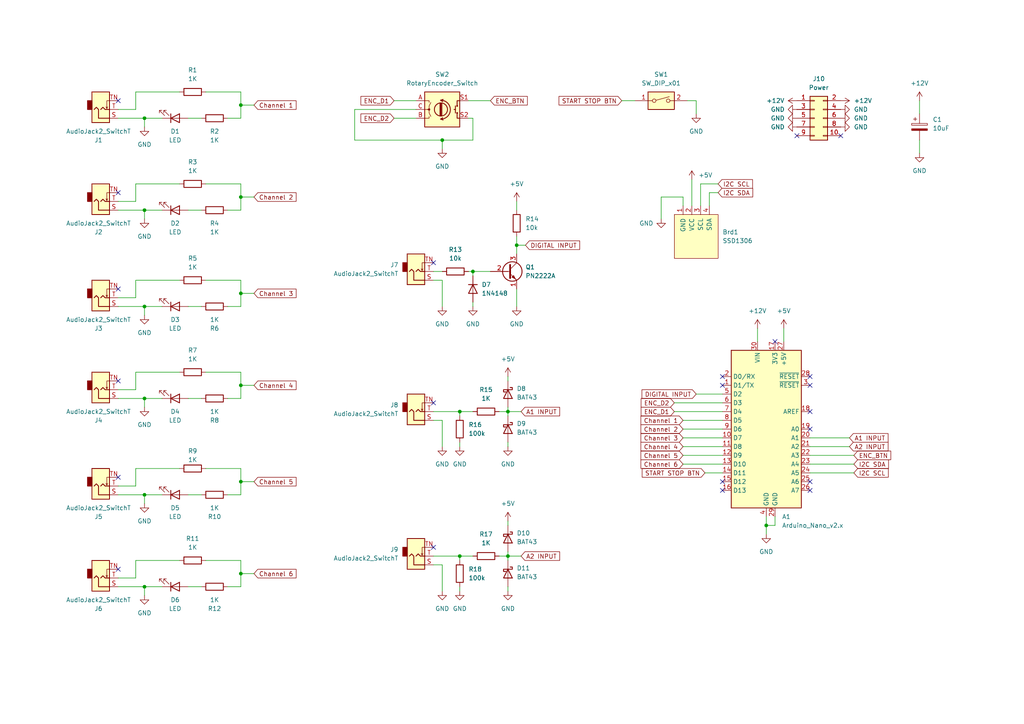
<source format=kicad_sch>
(kicad_sch (version 20211123) (generator eeschema)
  (paper "A4")
  (lib_symbols
    (symbol "Connector:AudioJack2_SwitchT"
      (property "Reference" "J" (at 0 8.89 0))
      (property "Value" "AudioJack2_SwitchT" (at 0 6.35 0))
      (symbol "AudioJack2_SwitchT_0_1"
        (rectangle (start -2.54 0) (end -3.81 -2.54) (stroke (width 0.254)) (fill (type outline)))
        (polyline (pts (xy 1.778 -0.254) (xy 2.032 -0.762)))
        (polyline (pts (xy 0 0) (xy 0.635 -0.635) (xy 1.27 0) (xy 2.54 0)) (stroke (width 0.254)))
        (polyline (pts (xy 2.54 -2.54) (xy 1.778 -2.54) (xy 1.778 -0.254) (xy 1.524 -0.762)))
        (polyline (pts (xy 2.54 2.54) (xy -0.635 2.54) (xy -0.635 0) (xy -1.27 -0.635) (xy -1.905 0)) (stroke (width 0.254)))
        (rectangle (start 2.54 3.81) (end -2.54 -5.08) (stroke (width 0.254)) (fill (type background)))
      )
      (symbol "AudioJack2_SwitchT_1_1"
        (pin passive line (at 5.08 2.54 180) (length 2.54) (name "~") (number "S"))
        (pin passive line (at 5.08 0 180) (length 2.54) (name "~") (number "T"))
        (pin passive line (at 5.08 -2.54 180) (length 2.54) (name "~") (number "TN"))
      )
    )
    (symbol "Connector_Generic:Conn_02x05_Odd_Even" (pin_names (offset 1.016) hide)
      (property "Reference" "J" (at 1.27 7.62 0))
      (property "Value" "Conn_02x05_Odd_Even" (at 1.27 -7.62 0))
      (symbol "Conn_02x05_Odd_Even_1_1"
        (rectangle (start -1.27 -4.953) (end 0 -5.207) (stroke (width 0.1524)))
        (rectangle (start -1.27 -2.413) (end 0 -2.667) (stroke (width 0.1524)))
        (rectangle (start -1.27 0.127) (end 0 -0.127) (stroke (width 0.1524)))
        (rectangle (start -1.27 2.667) (end 0 2.413) (stroke (width 0.1524)))
        (rectangle (start -1.27 5.207) (end 0 4.953) (stroke (width 0.1524)))
        (rectangle (start -1.27 6.35) (end 3.81 -6.35) (stroke (width 0.254)) (fill (type background)))
        (rectangle (start 3.81 -4.953) (end 2.54 -5.207) (stroke (width 0.1524)))
        (rectangle (start 3.81 -2.413) (end 2.54 -2.667) (stroke (width 0.1524)))
        (rectangle (start 3.81 0.127) (end 2.54 -0.127) (stroke (width 0.1524)))
        (rectangle (start 3.81 2.667) (end 2.54 2.413) (stroke (width 0.1524)))
        (rectangle (start 3.81 5.207) (end 2.54 4.953) (stroke (width 0.1524)))
        (pin passive line (at -5.08 5.08 0) (length 3.81) (name "Pin_1") (number "1"))
        (pin passive line (at 7.62 -5.08 180) (length 3.81) (name "Pin_10") (number "10"))
        (pin passive line (at 7.62 5.08 180) (length 3.81) (name "Pin_2") (number "2"))
        (pin passive line (at -5.08 2.54 0) (length 3.81) (name "Pin_3") (number "3"))
        (pin passive line (at 7.62 2.54 180) (length 3.81) (name "Pin_4") (number "4"))
        (pin passive line (at -5.08 0 0) (length 3.81) (name "Pin_5") (number "5"))
        (pin passive line (at 7.62 0 180) (length 3.81) (name "Pin_6") (number "6"))
        (pin passive line (at -5.08 -2.54 0) (length 3.81) (name "Pin_7") (number "7"))
        (pin passive line (at 7.62 -2.54 180) (length 3.81) (name "Pin_8") (number "8"))
        (pin passive line (at -5.08 -5.08 0) (length 3.81) (name "Pin_9") (number "9"))
      )
    )
    (symbol "Device:C_Polarized" (pin_numbers hide) (pin_names (offset 0.254))
      (property "Reference" "C" (at 0.635 2.54 0))
      (property "Value" "C_Polarized" (at 0.635 -2.54 0))
      (symbol "C_Polarized_0_1"
        (rectangle (start -2.286 0.508) (end 2.286 1.016))
        (polyline (pts (xy -1.778 2.286) (xy -0.762 2.286)))
        (polyline (pts (xy -1.27 2.794) (xy -1.27 1.778)))
        (rectangle (start 2.286 -0.508) (end -2.286 -1.016) (fill (type outline)))
      )
      (symbol "C_Polarized_1_1"
        (pin passive line (at 0 3.81 270) (length 2.794) (name "~") (number "1"))
        (pin passive line (at 0 -3.81 90) (length 2.794) (name "~") (number "2"))
      )
    )
    (symbol "Device:D" (pin_numbers hide) (pin_names (offset 1.016) hide)
      (property "Reference" "D" (at 0 2.54 0))
      (property "Value" "D" (at 0 -2.54 0))
      (symbol "D_0_1"
        (polyline (pts (xy -1.27 1.27) (xy -1.27 -1.27)) (stroke (width 0.254)))
        (polyline (pts (xy 1.27 0) (xy -1.27 0)))
        (polyline (pts (xy 1.27 1.27) (xy 1.27 -1.27) (xy -1.27 0) (xy 1.27 1.27)) (stroke (width 0.254)))
      )
      (symbol "D_1_1"
        (pin passive line (at -3.81 0 0) (length 2.54) (name "K") (number "1"))
        (pin passive line (at 3.81 0 180) (length 2.54) (name "A") (number "2"))
      )
    )
    (symbol "Device:D_Schottky" (pin_numbers hide) (pin_names (offset 1.016) hide)
      (property "Reference" "D" (at 0 2.54 0))
      (property "Value" "D_Schottky" (at 0 -2.54 0))
      (symbol "D_Schottky_0_1"
        (polyline (pts (xy 1.27 0) (xy -1.27 0)))
        (polyline (pts (xy 1.27 1.27) (xy 1.27 -1.27) (xy -1.27 0) (xy 1.27 1.27)) (stroke (width 0.254)))
        (polyline (pts (xy -1.905 0.635) (xy -1.905 1.27) (xy -1.27 1.27) (xy -1.27 -1.27) (xy -0.635 -1.27) (xy -0.635 -0.635)) (stroke (width 0.254)))
      )
      (symbol "D_Schottky_1_1"
        (pin passive line (at -3.81 0 0) (length 2.54) (name "K") (number "1"))
        (pin passive line (at 3.81 0 180) (length 2.54) (name "A") (number "2"))
      )
    )
    (symbol "Device:LED" (pin_numbers hide) (pin_names (offset 1.016) hide)
      (property "Reference" "D" (at 0 2.54 0))
      (property "Value" "LED" (at 0 -2.54 0))
      (symbol "LED_0_1"
        (polyline (pts (xy -1.27 -1.27) (xy -1.27 1.27)) (stroke (width 0.254)))
        (polyline (pts (xy -1.27 0) (xy 1.27 0)))
        (polyline (pts (xy 1.27 -1.27) (xy 1.27 1.27) (xy -1.27 0) (xy 1.27 -1.27)) (stroke (width 0.254)))
        (polyline (pts (xy -3.048 -0.762) (xy -4.572 -2.286) (xy -3.81 -2.286) (xy -4.572 -2.286) (xy -4.572 -1.524)))
        (polyline (pts (xy -1.778 -0.762) (xy -3.302 -2.286) (xy -2.54 -2.286) (xy -3.302 -2.286) (xy -3.302 -1.524)))
      )
      (symbol "LED_1_1"
        (pin passive line (at -3.81 0 0) (length 2.54) (name "K") (number "1"))
        (pin passive line (at 3.81 0 180) (length 2.54) (name "A") (number "2"))
      )
    )
    (symbol "Device:R" (pin_numbers hide) (pin_names (offset 0))
      (property "Reference" "R" (at 2.032 0 90))
      (property "Value" "R" (at 0 0 90))
      (symbol "R_0_1"
        (rectangle (start -1.016 -2.54) (end 1.016 2.54) (stroke (width 0.254)))
      )
      (symbol "R_1_1"
        (pin passive line (at 0 3.81 270) (length 1.27) (name "~") (number "1"))
        (pin passive line (at 0 -3.81 90) (length 1.27) (name "~") (number "2"))
      )
    )
    (symbol "Device:RotaryEncoder_Switch" (pin_names (offset 0.254) hide)
      (property "Reference" "SW" (at 0 6.604 0))
      (property "Value" "RotaryEncoder_Switch" (at 0 -6.604 0))
      (symbol "RotaryEncoder_Switch_0_1"
        (rectangle (start -5.08 5.08) (end 5.08 -5.08) (stroke (width 0.254)) (fill (type background)))
        (circle (center -3.81 0) (radius 0.254) (fill (type outline)))
        (arc (start -0.381 -2.794) (mid 2.3622 -0.0508) (end -0.381 2.667) (stroke (width 0.254)))
        (circle (center -0.381 0) (radius 1.905) (stroke (width 0.254)))
        (polyline (pts (xy -0.635 -1.778) (xy -0.635 1.778)) (stroke (width 0.254)))
        (polyline (pts (xy -0.381 -1.778) (xy -0.381 1.778)) (stroke (width 0.254)))
        (polyline (pts (xy -0.127 1.778) (xy -0.127 -1.778)) (stroke (width 0.254)))
        (polyline (pts (xy 3.81 0) (xy 3.429 0)) (stroke (width 0.254)))
        (polyline (pts (xy 3.81 1.016) (xy 3.81 -1.016)) (stroke (width 0.254)))
        (polyline (pts (xy -5.08 -2.54) (xy -3.81 -2.54) (xy -3.81 -2.032)))
        (polyline (pts (xy -5.08 2.54) (xy -3.81 2.54) (xy -3.81 2.032)))
        (polyline (pts (xy 0.254 -3.048) (xy -0.508 -2.794) (xy 0.127 -2.413)) (stroke (width 0.254)))
        (polyline (pts (xy 0.254 2.921) (xy -0.508 2.667) (xy 0.127 2.286)) (stroke (width 0.254)))
        (polyline (pts (xy 5.08 -2.54) (xy 4.318 -2.54) (xy 4.318 -1.016)) (stroke (width 0.254)))
        (polyline (pts (xy 5.08 2.54) (xy 4.318 2.54) (xy 4.318 1.016)) (stroke (width 0.254)))
        (polyline (pts (xy -5.08 0) (xy -3.81 0) (xy -3.81 -1.016) (xy -3.302 -2.032)))
        (polyline (pts (xy -4.318 0) (xy -3.81 0) (xy -3.81 1.016) (xy -3.302 2.032)))
        (circle (center 4.318 -1.016) (radius 0.127) (stroke (width 0.254)))
        (circle (center 4.318 1.016) (radius 0.127) (stroke (width 0.254)))
      )
      (symbol "RotaryEncoder_Switch_1_1"
        (pin passive line (at -7.62 2.54 0) (length 2.54) (name "A") (number "A"))
        (pin passive line (at -7.62 -2.54 0) (length 2.54) (name "B") (number "B"))
        (pin passive line (at -7.62 0 0) (length 2.54) (name "C") (number "C"))
        (pin passive line (at 7.62 2.54 180) (length 2.54) (name "S1") (number "S1"))
        (pin passive line (at 7.62 -2.54 180) (length 2.54) (name "S2") (number "S2"))
      )
    )
    (symbol "MCU_Module:Arduino_Nano_v2.x"
      (property "Reference" "A" (at -10.16 23.495 0))
      (property "Value" "Arduino_Nano_v2.x" (at 5.08 -24.13 0))
      (symbol "Arduino_Nano_v2.x_0_1"
        (rectangle (start -10.16 22.86) (end 10.16 -22.86) (stroke (width 0.254)) (fill (type background)))
      )
      (symbol "Arduino_Nano_v2.x_1_1"
        (pin bidirectional line (at -12.7 12.7 0) (length 2.54) (name "D1/TX") (number "1"))
        (pin bidirectional line (at -12.7 -2.54 0) (length 2.54) (name "D7") (number "10"))
        (pin bidirectional line (at -12.7 -5.08 0) (length 2.54) (name "D8") (number "11"))
        (pin bidirectional line (at -12.7 -7.62 0) (length 2.54) (name "D9") (number "12"))
        (pin bidirectional line (at -12.7 -10.16 0) (length 2.54) (name "D10") (number "13"))
        (pin bidirectional line (at -12.7 -12.7 0) (length 2.54) (name "D11") (number "14"))
        (pin bidirectional line (at -12.7 -15.24 0) (length 2.54) (name "D12") (number "15"))
        (pin bidirectional line (at -12.7 -17.78 0) (length 2.54) (name "D13") (number "16"))
        (pin power_out line (at 2.54 25.4 270) (length 2.54) (name "3V3") (number "17"))
        (pin input line (at 12.7 5.08 180) (length 2.54) (name "AREF") (number "18"))
        (pin bidirectional line (at 12.7 0 180) (length 2.54) (name "A0") (number "19"))
        (pin bidirectional line (at -12.7 15.24 0) (length 2.54) (name "D0/RX") (number "2"))
        (pin bidirectional line (at 12.7 -2.54 180) (length 2.54) (name "A1") (number "20"))
        (pin bidirectional line (at 12.7 -5.08 180) (length 2.54) (name "A2") (number "21"))
        (pin bidirectional line (at 12.7 -7.62 180) (length 2.54) (name "A3") (number "22"))
        (pin bidirectional line (at 12.7 -10.16 180) (length 2.54) (name "A4") (number "23"))
        (pin bidirectional line (at 12.7 -12.7 180) (length 2.54) (name "A5") (number "24"))
        (pin bidirectional line (at 12.7 -15.24 180) (length 2.54) (name "A6") (number "25"))
        (pin bidirectional line (at 12.7 -17.78 180) (length 2.54) (name "A7") (number "26"))
        (pin power_out line (at 5.08 25.4 270) (length 2.54) (name "+5V") (number "27"))
        (pin input line (at 12.7 15.24 180) (length 2.54) (name "~{RESET}") (number "28"))
        (pin power_in line (at 2.54 -25.4 90) (length 2.54) (name "GND") (number "29"))
        (pin input line (at 12.7 12.7 180) (length 2.54) (name "~{RESET}") (number "3"))
        (pin power_in line (at -2.54 25.4 270) (length 2.54) (name "VIN") (number "30"))
        (pin power_in line (at 0 -25.4 90) (length 2.54) (name "GND") (number "4"))
        (pin bidirectional line (at -12.7 10.16 0) (length 2.54) (name "D2") (number "5"))
        (pin bidirectional line (at -12.7 7.62 0) (length 2.54) (name "D3") (number "6"))
        (pin bidirectional line (at -12.7 5.08 0) (length 2.54) (name "D4") (number "7"))
        (pin bidirectional line (at -12.7 2.54 0) (length 2.54) (name "D5") (number "8"))
        (pin bidirectional line (at -12.7 0 0) (length 2.54) (name "D6") (number "9"))
      )
    )
    (symbol "SSD1306-128x64_OLED:SSD1306" (pin_names (offset 1.016))
      (property "Reference" "Brd" (at 0 -3.81 0))
      (property "Value" "SSD1306" (at 0 -1.27 0))
      (symbol "SSD1306_0_1"
        (rectangle (start -6.35 6.35) (end 6.35 -6.35) (fill (type background)))
      )
      (symbol "SSD1306_1_1"
        (pin input line (at -3.81 8.89 270) (length 2.54) (name "GND") (number "1"))
        (pin input line (at -1.27 8.89 270) (length 2.54) (name "VCC") (number "2"))
        (pin input line (at 1.27 8.89 270) (length 2.54) (name "SCL") (number "3"))
        (pin input line (at 3.81 8.89 270) (length 2.54) (name "SDA") (number "4"))
      )
    )
    (symbol "Switch:SW_DIP_x01" (pin_names (offset 0) hide)
      (property "Reference" "SW" (at 0 3.81 0))
      (property "Value" "SW_DIP_x01" (at 0 -3.81 0))
      (symbol "SW_DIP_x01_0_0"
        (circle (center -2.032 0) (radius 0.508))
        (polyline (pts (xy -1.524 0.127) (xy 2.3622 1.1684)))
        (circle (center 2.032 0) (radius 0.508))
      )
      (symbol "SW_DIP_x01_0_1"
        (rectangle (start -3.81 2.54) (end 3.81 -2.54) (stroke (width 0.254)) (fill (type background)))
      )
      (symbol "SW_DIP_x01_1_1"
        (pin passive line (at -7.62 0 0) (length 5.08) (name "~") (number "1"))
        (pin passive line (at 7.62 0 180) (length 5.08) (name "~") (number "2"))
      )
    )
    (symbol "Transistor_BJT:PN2222A" (pin_names (offset 0) hide)
      (property "Reference" "Q" (at 5.08 1.905 0))
      (property "Value" "PN2222A" (at 5.08 0 0))
      (symbol "PN2222A_0_1"
        (polyline (pts (xy 0 0) (xy 0.635 0)))
        (polyline (pts (xy 2.54 -2.54) (xy 0.635 -0.635)))
        (polyline (pts (xy 2.54 2.54) (xy 0.635 0.635)))
        (polyline (pts (xy 0.635 1.905) (xy 0.635 -1.905) (xy 0.635 -1.905)) (stroke (width 0.508)))
        (polyline (pts (xy 2.413 -2.413) (xy 1.905 -1.905) (xy 1.905 -1.905)))
        (polyline (pts (xy 1.143 -1.651) (xy 1.651 -1.143) (xy 2.159 -2.159) (xy 1.143 -1.651) (xy 1.143 -1.651)) (fill (type outline)))
        (circle (center 1.27 0) (radius 2.8194) (stroke (width 0.254)))
      )
      (symbol "PN2222A_1_1"
        (pin passive line (at 2.54 -5.08 90) (length 2.54) (name "E") (number "1"))
        (pin input line (at -5.08 0 0) (length 5.08) (name "B") (number "2"))
        (pin passive line (at 2.54 5.08 270) (length 2.54) (name "C") (number "3"))
      )
    )
    (symbol "power:+12V" (power) (pin_names (offset 0))
      (property "Value" "+12V" (at 0 3.556 0))
      (symbol "+12V_0_1"
        (polyline (pts (xy -0.762 1.27) (xy 0 2.54)))
        (polyline (pts (xy 0 0) (xy 0 2.54)))
        (polyline (pts (xy 0 2.54) (xy 0.762 1.27)))
      )
      (symbol "+12V_1_1"
        (pin power_in line (at 0 0 90) (length 0) hide (name "+12V") (number "1"))
      )
    )
    (symbol "power:+5V" (power) (pin_names (offset 0))
      (property "Value" "+5V" (at 0 3.556 0))
      (symbol "+5V_0_1"
        (polyline (pts (xy -0.762 1.27) (xy 0 2.54)))
        (polyline (pts (xy 0 0) (xy 0 2.54)))
        (polyline (pts (xy 0 2.54) (xy 0.762 1.27)))
      )
      (symbol "+5V_1_1"
        (pin power_in line (at 0 0 90) (length 0) hide (name "+5V") (number "1"))
      )
    )
    (symbol "power:GND" (power) (pin_names (offset 0))
      (property "Value" "GND" (at 0 -3.81 0))
      (symbol "GND_0_1"
        (polyline (pts (xy 0 0) (xy 0 -1.27) (xy 1.27 -1.27) (xy 0 -2.54) (xy -1.27 -1.27) (xy 0 -1.27)))
      )
      (symbol "GND_1_1"
        (pin power_in line (at 0 0 270) (length 0) hide (name "GND") (number "1"))
      )
    )
  )
  (junction (at 133.35 119.38))
  (junction (at 149.86 71.12))
  (junction (at 41.91 34.29))
  (junction (at 137.16 78.74))
  (junction (at 41.91 143.51))
  (junction (at 69.85 139.7))
  (junction (at 147.32 119.38))
  (junction (at 133.35 161.29))
  (junction (at 41.91 115.57))
  (junction (at 69.85 85.09))
  (junction (at 41.91 170.18))
  (junction (at 69.85 57.15))
  (junction (at 128.27 40.64))
  (junction (at 69.85 166.37))
  (junction (at 41.91 60.96))
  (junction (at 69.85 111.76))
  (junction (at 222.25 152.4))
  (junction (at 41.91 88.9))
  (junction (at 147.32 161.29))
  (junction (at 69.85 30.48))
  (no_connect (at 234.95 124.46))
  (no_connect (at 34.29 110.49))
  (no_connect (at 125.73 76.2))
  (no_connect (at 234.95 109.22))
  (no_connect (at 234.95 142.24))
  (no_connect (at 209.55 139.7))
  (no_connect (at 34.29 165.1))
  (no_connect (at 234.95 111.76))
  (no_connect (at 234.95 119.38))
  (no_connect (at 125.73 158.75))
  (no_connect (at 209.55 109.22))
  (no_connect (at 34.29 138.43))
  (no_connect (at 34.29 83.82))
  (no_connect (at 209.55 142.24))
  (no_connect (at 34.29 55.88))
  (no_connect (at 243.84 39.37))
  (no_connect (at 224.79 99.06))
  (no_connect (at 34.29 29.21))
  (no_connect (at 234.95 139.7))
  (no_connect (at 231.14 39.37))
  (no_connect (at 125.73 116.84))
  (no_connect (at 209.55 111.76))
  (wire (pts (xy 102.87 40.64) (xy 128.27 40.64)))
  (wire (pts (xy 147.32 119.38) (xy 147.32 120.65)))
  (wire (pts (xy 203.2 53.34) (xy 203.2 59.69)))
  (wire (pts (xy 69.85 166.37) (xy 69.85 170.18)))
  (wire (pts (xy 147.32 119.38) (xy 151.13 119.38)))
  (wire (pts (xy 135.89 78.74) (xy 137.16 78.74)))
  (wire (pts (xy 39.37 58.42) (xy 39.37 53.34)))
  (wire (pts (xy 198.12 124.46) (xy 209.55 124.46)))
  (wire (pts (xy 149.86 71.12) (xy 149.86 73.66)))
  (wire (pts (xy 54.61 143.51) (xy 58.42 143.51)))
  (wire (pts (xy 125.73 78.74) (xy 128.27 78.74)))
  (wire (pts (xy 147.32 161.29) (xy 147.32 162.56)))
  (wire (pts (xy 137.16 34.29) (xy 137.16 40.64)))
  (wire (pts (xy 137.16 40.64) (xy 128.27 40.64)))
  (wire (pts (xy 39.37 26.67) (xy 52.07 26.67)))
  (wire (pts (xy 34.29 34.29) (xy 41.91 34.29)))
  (wire (pts (xy 222.25 152.4) (xy 224.79 152.4)))
  (wire (pts (xy 41.91 34.29) (xy 46.99 34.29)))
  (wire (pts (xy 149.86 83.82) (xy 149.86 88.9)))
  (wire (pts (xy 34.29 88.9) (xy 41.91 88.9)))
  (wire (pts (xy 137.16 161.29) (xy 133.35 161.29)))
  (wire (pts (xy 135.89 29.21) (xy 142.24 29.21)))
  (wire (pts (xy 39.37 140.97) (xy 39.37 135.89)))
  (wire (pts (xy 198.12 57.15) (xy 198.12 59.69)))
  (wire (pts (xy 39.37 167.64) (xy 39.37 162.56)))
  (wire (pts (xy 208.28 53.34) (xy 203.2 53.34)))
  (wire (pts (xy 54.61 115.57) (xy 58.42 115.57)))
  (wire (pts (xy 39.37 162.56) (xy 52.07 162.56)))
  (wire (pts (xy 114.3 29.21) (xy 120.65 29.21)))
  (wire (pts (xy 133.35 119.38) (xy 133.35 120.65)))
  (wire (pts (xy 41.91 60.96) (xy 41.91 63.5)))
  (wire (pts (xy 39.37 31.75) (xy 39.37 26.67)))
  (wire (pts (xy 149.86 58.42) (xy 149.86 60.96)))
  (wire (pts (xy 227.33 95.25) (xy 227.33 99.06)))
  (wire (pts (xy 34.29 140.97) (xy 39.37 140.97)))
  (wire (pts (xy 34.29 170.18) (xy 41.91 170.18)))
  (wire (pts (xy 59.69 26.67) (xy 69.85 26.67)))
  (wire (pts (xy 133.35 161.29) (xy 133.35 162.56)))
  (wire (pts (xy 184.15 29.21) (xy 180.34 29.21)))
  (wire (pts (xy 69.85 53.34) (xy 69.85 57.15)))
  (wire (pts (xy 54.61 34.29) (xy 58.42 34.29)))
  (wire (pts (xy 125.73 121.92) (xy 128.27 121.92)))
  (wire (pts (xy 198.12 134.62) (xy 209.55 134.62)))
  (wire (pts (xy 266.7 29.21) (xy 266.7 33.02)))
  (wire (pts (xy 135.89 34.29) (xy 137.16 34.29)))
  (wire (pts (xy 147.32 160.02) (xy 147.32 161.29)))
  (wire (pts (xy 147.32 109.22) (xy 147.32 110.49)))
  (wire (pts (xy 41.91 60.96) (xy 46.99 60.96)))
  (wire (pts (xy 234.95 129.54) (xy 246.38 129.54)))
  (wire (pts (xy 39.37 81.28) (xy 52.07 81.28)))
  (wire (pts (xy 224.79 149.86) (xy 224.79 152.4)))
  (wire (pts (xy 147.32 128.27) (xy 147.32 129.54)))
  (wire (pts (xy 69.85 81.28) (xy 69.85 85.09)))
  (wire (pts (xy 54.61 60.96) (xy 58.42 60.96)))
  (wire (pts (xy 34.29 58.42) (xy 39.37 58.42)))
  (wire (pts (xy 34.29 86.36) (xy 39.37 86.36)))
  (wire (pts (xy 147.32 151.13) (xy 147.32 152.4)))
  (wire (pts (xy 69.85 57.15) (xy 69.85 60.96)))
  (wire (pts (xy 200.66 52.07) (xy 200.66 59.69)))
  (wire (pts (xy 234.95 127) (xy 246.38 127)))
  (wire (pts (xy 39.37 107.95) (xy 52.07 107.95)))
  (wire (pts (xy 69.85 107.95) (xy 69.85 111.76)))
  (wire (pts (xy 41.91 34.29) (xy 41.91 36.83)))
  (wire (pts (xy 147.32 170.18) (xy 147.32 171.45)))
  (wire (pts (xy 204.47 137.16) (xy 209.55 137.16)))
  (wire (pts (xy 137.16 87.63) (xy 137.16 88.9)))
  (wire (pts (xy 34.29 143.51) (xy 41.91 143.51)))
  (wire (pts (xy 41.91 115.57) (xy 41.91 118.11)))
  (wire (pts (xy 198.12 127) (xy 209.55 127)))
  (wire (pts (xy 69.85 26.67) (xy 69.85 30.48)))
  (wire (pts (xy 41.91 170.18) (xy 46.99 170.18)))
  (wire (pts (xy 205.74 55.88) (xy 205.74 59.69)))
  (wire (pts (xy 69.85 111.76) (xy 69.85 115.57)))
  (wire (pts (xy 34.29 113.03) (xy 39.37 113.03)))
  (wire (pts (xy 144.78 161.29) (xy 147.32 161.29)))
  (wire (pts (xy 198.12 132.08) (xy 209.55 132.08)))
  (wire (pts (xy 69.85 30.48) (xy 73.66 30.48)))
  (wire (pts (xy 128.27 81.28) (xy 128.27 88.9)))
  (wire (pts (xy 69.85 166.37) (xy 73.66 166.37)))
  (wire (pts (xy 34.29 31.75) (xy 39.37 31.75)))
  (wire (pts (xy 120.65 31.75) (xy 102.87 31.75)))
  (wire (pts (xy 198.12 121.92) (xy 209.55 121.92)))
  (wire (pts (xy 191.77 63.5) (xy 191.77 57.15)))
  (wire (pts (xy 69.85 115.57) (xy 66.04 115.57)))
  (wire (pts (xy 266.7 40.64) (xy 266.7 44.45)))
  (wire (pts (xy 198.12 129.54) (xy 209.55 129.54)))
  (wire (pts (xy 149.86 71.12) (xy 152.4 71.12)))
  (wire (pts (xy 41.91 143.51) (xy 41.91 146.05)))
  (wire (pts (xy 137.16 78.74) (xy 137.16 80.01)))
  (wire (pts (xy 201.93 29.21) (xy 199.39 29.21)))
  (wire (pts (xy 234.95 137.16) (xy 247.65 137.16)))
  (wire (pts (xy 41.91 143.51) (xy 46.99 143.51)))
  (wire (pts (xy 125.73 81.28) (xy 128.27 81.28)))
  (wire (pts (xy 201.93 114.3) (xy 209.55 114.3)))
  (wire (pts (xy 114.3 34.29) (xy 120.65 34.29)))
  (wire (pts (xy 201.93 29.21) (xy 201.93 33.02)))
  (wire (pts (xy 195.58 116.84) (xy 209.55 116.84)))
  (wire (pts (xy 39.37 113.03) (xy 39.37 107.95)))
  (wire (pts (xy 34.29 60.96) (xy 41.91 60.96)))
  (wire (pts (xy 69.85 143.51) (xy 66.04 143.51)))
  (wire (pts (xy 69.85 85.09) (xy 69.85 88.9)))
  (wire (pts (xy 137.16 119.38) (xy 133.35 119.38)))
  (wire (pts (xy 54.61 88.9) (xy 58.42 88.9)))
  (wire (pts (xy 102.87 31.75) (xy 102.87 40.64)))
  (wire (pts (xy 41.91 88.9) (xy 46.99 88.9)))
  (wire (pts (xy 137.16 78.74) (xy 142.24 78.74)))
  (wire (pts (xy 195.58 119.38) (xy 209.55 119.38)))
  (wire (pts (xy 69.85 34.29) (xy 66.04 34.29)))
  (wire (pts (xy 41.91 115.57) (xy 46.99 115.57)))
  (wire (pts (xy 149.86 68.58) (xy 149.86 71.12)))
  (wire (pts (xy 69.85 139.7) (xy 73.66 139.7)))
  (wire (pts (xy 234.95 134.62) (xy 247.65 134.62)))
  (wire (pts (xy 128.27 40.64) (xy 128.27 43.18)))
  (wire (pts (xy 69.85 30.48) (xy 69.85 34.29)))
  (wire (pts (xy 59.69 53.34) (xy 69.85 53.34)))
  (wire (pts (xy 59.69 135.89) (xy 69.85 135.89)))
  (wire (pts (xy 41.91 170.18) (xy 41.91 172.72)))
  (wire (pts (xy 133.35 119.38) (xy 125.73 119.38)))
  (wire (pts (xy 147.32 118.11) (xy 147.32 119.38)))
  (wire (pts (xy 222.25 149.86) (xy 222.25 152.4)))
  (wire (pts (xy 69.85 111.76) (xy 73.66 111.76)))
  (wire (pts (xy 69.85 88.9) (xy 66.04 88.9)))
  (wire (pts (xy 133.35 128.27) (xy 133.35 129.54)))
  (wire (pts (xy 69.85 60.96) (xy 66.04 60.96)))
  (wire (pts (xy 41.91 88.9) (xy 41.91 91.44)))
  (wire (pts (xy 54.61 170.18) (xy 58.42 170.18)))
  (wire (pts (xy 147.32 161.29) (xy 151.13 161.29)))
  (wire (pts (xy 39.37 53.34) (xy 52.07 53.34)))
  (wire (pts (xy 191.77 57.15) (xy 198.12 57.15)))
  (wire (pts (xy 219.71 95.25) (xy 219.71 99.06)))
  (wire (pts (xy 128.27 121.92) (xy 128.27 129.54)))
  (wire (pts (xy 69.85 57.15) (xy 73.66 57.15)))
  (wire (pts (xy 34.29 115.57) (xy 41.91 115.57)))
  (wire (pts (xy 133.35 170.18) (xy 133.35 171.45)))
  (wire (pts (xy 59.69 107.95) (xy 69.85 107.95)))
  (wire (pts (xy 69.85 135.89) (xy 69.85 139.7)))
  (wire (pts (xy 34.29 167.64) (xy 39.37 167.64)))
  (wire (pts (xy 234.95 132.08) (xy 247.65 132.08)))
  (wire (pts (xy 69.85 139.7) (xy 69.85 143.51)))
  (wire (pts (xy 59.69 162.56) (xy 69.85 162.56)))
  (wire (pts (xy 133.35 161.29) (xy 125.73 161.29)))
  (wire (pts (xy 144.78 119.38) (xy 147.32 119.38)))
  (wire (pts (xy 208.28 55.88) (xy 205.74 55.88)))
  (wire (pts (xy 222.25 152.4) (xy 222.25 154.94)))
  (wire (pts (xy 69.85 162.56) (xy 69.85 166.37)))
  (wire (pts (xy 39.37 135.89) (xy 52.07 135.89)))
  (wire (pts (xy 128.27 163.83) (xy 128.27 171.45)))
  (wire (pts (xy 59.69 81.28) (xy 69.85 81.28)))
  (wire (pts (xy 39.37 86.36) (xy 39.37 81.28)))
  (wire (pts (xy 125.73 163.83) (xy 128.27 163.83)))
  (wire (pts (xy 69.85 85.09) (xy 73.66 85.09)))
  (wire (pts (xy 69.85 170.18) (xy 66.04 170.18)))
  (global_label "START STOP BTN" (shape input) (at 180.34 29.21 180) (property "Intersheet References" "${INTERSHEET_REFS}" (effects hide)))
  (global_label "A2 INPUT" (shape input) (at 246.38 129.54 0) (property "Intersheet References" "${INTERSHEET_REFS}" (effects hide)))
  (global_label "Channel 5" (shape input) (at 198.12 132.08 180) (property "Intersheet References" "${INTERSHEET_REFS}" (effects hide)))
  (global_label "Channel 1" (shape input) (at 198.12 121.92 180) (property "Intersheet References" "${INTERSHEET_REFS}" (effects hide)))
  (global_label "Channel 4" (shape input) (at 198.12 129.54 180) (property "Intersheet References" "${INTERSHEET_REFS}" (effects hide)))
  (global_label "ENC_BTN" (shape input) (at 247.65 132.08 0) (property "Intersheet References" "${INTERSHEET_REFS}" (effects hide)))
  (global_label "START STOP BTN" (shape input) (at 204.47 137.16 180) (property "Intersheet References" "${INTERSHEET_REFS}" (effects hide)))
  (global_label "Channel 5" (shape input) (at 73.66 139.7 0) (property "Intersheet References" "${INTERSHEET_REFS}" (effects hide)))
  (global_label "ENC_D2" (shape input) (at 114.3 34.29 180) (property "Intersheet References" "${INTERSHEET_REFS}" (effects hide)))
  (global_label "Channel 3" (shape input) (at 198.12 127 180) (property "Intersheet References" "${INTERSHEET_REFS}" (effects hide)))
  (global_label "A1 INPUT" (shape input) (at 151.13 119.38 0) (property "Intersheet References" "${INTERSHEET_REFS}" (effects hide)))
  (global_label "Channel 3" (shape input) (at 73.66 85.09 0) (property "Intersheet References" "${INTERSHEET_REFS}" (effects hide)))
  (global_label "ENC_BTN" (shape input) (at 142.24 29.21 0) (property "Intersheet References" "${INTERSHEET_REFS}" (effects hide)))
  (global_label "DIGITAL INPUT" (shape input) (at 201.93 114.3 180) (property "Intersheet References" "${INTERSHEET_REFS}" (effects hide)))
  (global_label "I2C SDA" (shape input) (at 247.65 134.62 0) (property "Intersheet References" "${INTERSHEET_REFS}" (effects hide)))
  (global_label "Channel 6" (shape input) (at 73.66 166.37 0) (property "Intersheet References" "${INTERSHEET_REFS}" (effects hide)))
  (global_label "Channel 1" (shape input) (at 73.66 30.48 0) (property "Intersheet References" "${INTERSHEET_REFS}" (effects hide)))
  (global_label "DIGITAL INPUT" (shape input) (at 152.4 71.12 0) (property "Intersheet References" "${INTERSHEET_REFS}" (effects hide)))
  (global_label "ENC_D2" (shape input) (at 195.58 116.84 180) (property "Intersheet References" "${INTERSHEET_REFS}" (effects hide)))
  (global_label "ENC_D1" (shape input) (at 114.3 29.21 180) (property "Intersheet References" "${INTERSHEET_REFS}" (effects hide)))
  (global_label "Channel 2" (shape input) (at 73.66 57.15 0) (property "Intersheet References" "${INTERSHEET_REFS}" (effects hide)))
  (global_label "Channel 4" (shape input) (at 73.66 111.76 0) (property "Intersheet References" "${INTERSHEET_REFS}" (effects hide)))
  (global_label "ENC_D1" (shape input) (at 195.58 119.38 180) (property "Intersheet References" "${INTERSHEET_REFS}" (effects hide)))
  (global_label "Channel 2" (shape input) (at 198.12 124.46 180) (property "Intersheet References" "${INTERSHEET_REFS}" (effects hide)))
  (global_label "I2C SCL" (shape input) (at 208.28 53.34 0) (property "Intersheet References" "${INTERSHEET_REFS}" (effects hide)))
  (global_label "I2C SDA" (shape input) (at 208.28 55.88 0) (property "Intersheet References" "${INTERSHEET_REFS}" (effects hide)))
  (global_label "A2 INPUT" (shape input) (at 151.13 161.29 0) (property "Intersheet References" "${INTERSHEET_REFS}" (effects hide)))
  (global_label "I2C SCL" (shape input) (at 247.65 137.16 0) (property "Intersheet References" "${INTERSHEET_REFS}" (effects hide)))
  (global_label "Channel 6" (shape input) (at 198.12 134.62 180) (property "Intersheet References" "${INTERSHEET_REFS}" (effects hide)))
  (global_label "A1 INPUT" (shape input) (at 246.38 127 0) (property "Intersheet References" "${INTERSHEET_REFS}" (effects hide)))
  (symbol (lib_id "power:GND") (at 149.86 88.9 0) (unit 1)
    (property "Reference" "#PWR0133" (effects hide))
    (property "Value" "GND" (at 149.86 93.98 0))
  )
  (symbol (lib_id "power:GND") (at 222.25 154.94 0) (unit 1)
    (property "Reference" "#PWR0115" (effects hide))
    (property "Value" "GND" (at 222.25 160.02 0))
  )
  (symbol (lib_id "Connector:AudioJack2_SwitchT") (at 120.65 119.38 0) (mirror x) (unit 1)
    (property "Reference" "J8" (at 115.57 117.4749 0) (effects (justify right)))
    (property "Value" "AudioJack2_SwitchT" (at 115.57 120.0149 0) (effects (justify right)))
    (property "Footprint" "Connector_Audio:Jack_3.5mm_QingPu_WQP-PJ398SM_Vertical_CircularHoles" (effects hide))
  )
  (symbol (lib_id "Connector:AudioJack2_SwitchT") (at 29.21 31.75 0) (mirror x) (unit 1)
    (property "Reference" "J1" (at 28.575 40.64 0))
    (property "Value" "AudioJack2_SwitchT" (at 28.575 38.1 0))
    (property "Footprint" "Connector_Audio:Jack_3.5mm_QingPu_WQP-PJ398SM_Vertical_CircularHoles" (effects hide))
  )
  (symbol (lib_id "Device:LED") (at 50.8 88.9 0) (mirror x) (unit 1)
    (property "Reference" "D3" (at 50.8 92.71 0))
    (property "Value" "LED" (at 50.8 95.25 0))
    (property "Footprint" "LED_THT:LED_D3.0mm_Clear" (effects hide))
  )
  (symbol (lib_id "power:GND") (at 133.35 171.45 0) (mirror y) (unit 1)
    (property "Reference" "#PWR0109" (effects hide))
    (property "Value" "GND" (at 133.35 176.53 0))
  )
  (symbol (lib_id "power:+5V") (at 149.86 58.42 0) (unit 1)
    (property "Reference" "#PWR0134" (effects hide))
    (property "Value" "+5V" (at 149.86 53.34 0))
  )
  (symbol (lib_id "Device:R") (at 133.35 124.46 0) (mirror y) (unit 1)
    (property "Reference" "R16" (at 135.89 123.1899 0) (effects (justify right)))
    (property "Value" "100k" (at 135.89 125.7299 0) (effects (justify right)))
    (property "Footprint" "Resistor_THT:R_Axial_DIN0207_L6.3mm_D2.5mm_P10.16mm_Horizontal" (effects hide))
  )
  (symbol (lib_id "power:GND") (at 41.91 118.11 0) (mirror y) (unit 1)
    (property "Reference" "#PWR0104" (effects hide))
    (property "Value" "GND" (at 41.91 123.19 0))
  )
  (symbol (lib_id "power:GND") (at 147.32 171.45 0) (mirror y) (unit 1)
    (property "Reference" "#PWR0108" (effects hide))
    (property "Value" "GND" (at 147.32 176.53 0))
  )
  (symbol (lib_id "Connector:AudioJack2_SwitchT") (at 29.21 167.64 0) (mirror x) (unit 1)
    (property "Reference" "J6" (at 28.575 176.53 0))
    (property "Value" "AudioJack2_SwitchT" (at 28.575 173.99 0))
    (property "Footprint" "Connector_Audio:Jack_3.5mm_QingPu_WQP-PJ398SM_Vertical_CircularHoles" (effects hide))
  )
  (symbol (lib_id "power:+12V") (at 219.71 95.25 0) (unit 1)
    (property "Reference" "#PWR0116" (effects hide))
    (property "Value" "+12V" (at 219.71 90.17 0))
  )
  (symbol (lib_id "power:GND") (at 231.14 31.75 270) (unit 1)
    (property "Reference" "#PWR0130" (effects hide))
    (property "Value" "GND" (at 223.52 31.75 90) (effects (justify left)))
  )
  (symbol (lib_id "power:GND") (at 133.35 129.54 0) (mirror y) (unit 1)
    (property "Reference" "#PWR0114" (effects hide))
    (property "Value" "GND" (at 133.35 134.62 0))
  )
  (symbol (lib_id "Device:LED") (at 50.8 115.57 0) (mirror x) (unit 1)
    (property "Reference" "D4" (at 50.8 119.38 0))
    (property "Value" "LED" (at 50.8 121.92 0))
    (property "Footprint" "LED_THT:LED_D3.0mm_Clear" (effects hide))
  )
  (symbol (lib_id "power:GND") (at 243.84 31.75 90) (unit 1)
    (property "Reference" "#PWR0119" (effects hide))
    (property "Value" "GND" (at 247.65 31.7499 90) (effects (justify right)))
  )
  (symbol (lib_id "Device:R") (at 133.35 166.37 0) (mirror y) (unit 1)
    (property "Reference" "R18" (at 135.89 165.0999 0) (effects (justify right)))
    (property "Value" "100k" (at 135.89 167.6399 0) (effects (justify right)))
    (property "Footprint" "Resistor_THT:R_Axial_DIN0207_L6.3mm_D2.5mm_P10.16mm_Horizontal" (effects hide))
  )
  (symbol (lib_id "power:GND") (at 266.7 44.45 0) (unit 1)
    (property "Reference" "#PWR0125" (effects hide))
    (property "Value" "GND" (at 266.7 49.53 0))
  )
  (symbol (lib_id "power:GND") (at 243.84 36.83 90) (unit 1)
    (property "Reference" "#PWR0120" (effects hide))
    (property "Value" "GND" (at 247.65 36.8299 90) (effects (justify right)))
  )
  (symbol (lib_id "Device:D_Schottky") (at 147.32 114.3 270) (unit 1)
    (property "Reference" "D8" (at 149.86 112.7124 90) (effects (justify left)))
    (property "Value" "BAT43" (at 149.86 115.2524 90) (effects (justify left)))
    (property "Footprint" "Diode_THT:D_T-1_P10.16mm_Horizontal" (effects hide))
  )
  (symbol (lib_id "MCU_Module:Arduino_Nano_v2.x") (at 222.25 124.46 0) (unit 1)
    (property "Reference" "A1" (at 226.8094 149.86 0) (effects (justify left)))
    (property "Value" "Arduino_Nano_v2.x" (at 226.8094 152.4 0) (effects (justify left)))
    (property "Footprint" "Module:Arduino_Nano" (effects hide))
    (property "Datasheet" "https://www.arduino.cc/en/uploads/Main/ArduinoNanoManual23.pdf" (effects hide))
  )
  (symbol (lib_id "Device:D_Schottky") (at 147.32 124.46 270) (unit 1)
    (property "Reference" "D9" (at 149.86 122.8724 90) (effects (justify left)))
    (property "Value" "BAT43" (at 149.86 125.4124 90) (effects (justify left)))
    (property "Footprint" "Diode_THT:D_T-1_P10.16mm_Horizontal" (effects hide))
  )
  (symbol (lib_id "Device:R") (at 62.23 88.9 90) (mirror x) (unit 1)
    (property "Reference" "R6" (at 62.23 95.25 90))
    (property "Value" "1K" (at 62.23 92.71 90))
    (property "Footprint" "Resistor_THT:R_Axial_DIN0207_L6.3mm_D2.5mm_P10.16mm_Horizontal" (effects hide))
  )
  (symbol (lib_id "power:GND") (at 128.27 129.54 0) (mirror y) (unit 1)
    (property "Reference" "#PWR0113" (effects hide))
    (property "Value" "GND" (at 128.27 134.62 0))
  )
  (symbol (lib_id "power:GND") (at 137.16 88.9 0) (unit 1)
    (property "Reference" "#PWR0132" (effects hide))
    (property "Value" "GND" (at 137.16 93.98 0))
  )
  (symbol (lib_id "power:GND") (at 231.14 36.83 270) (unit 1)
    (property "Reference" "#PWR0129" (effects hide))
    (property "Value" "GND" (at 223.52 36.83 90) (effects (justify left)))
  )
  (symbol (lib_id "Device:R") (at 62.23 143.51 90) (mirror x) (unit 1)
    (property "Reference" "R10" (at 62.23 149.86 90))
    (property "Value" "1K" (at 62.23 147.32 90))
    (property "Footprint" "Resistor_THT:R_Axial_DIN0207_L6.3mm_D2.5mm_P10.16mm_Horizontal" (effects hide))
  )
  (symbol (lib_id "Device:LED") (at 50.8 34.29 0) (mirror x) (unit 1)
    (property "Reference" "D1" (at 50.8 38.1 0))
    (property "Value" "LED" (at 50.8 40.64 0))
    (property "Footprint" "LED_THT:LED_D3.0mm_Clear" (effects hide))
  )
  (symbol (lib_id "Device:R") (at 132.08 78.74 90) (unit 1)
    (property "Reference" "R13" (at 132.08 72.39 90))
    (property "Value" "10k" (at 132.08 74.93 90))
    (property "Footprint" "Resistor_THT:R_Axial_DIN0207_L6.3mm_D2.5mm_P10.16mm_Horizontal" (effects hide))
  )
  (symbol (lib_id "Device:R") (at 55.88 81.28 270) (mirror x) (unit 1)
    (property "Reference" "R5" (at 55.88 74.93 90))
    (property "Value" "1K" (at 55.88 77.47 90))
    (property "Footprint" "Resistor_THT:R_Axial_DIN0207_L6.3mm_D2.5mm_P10.16mm_Horizontal" (effects hide))
  )
  (symbol (lib_id "Device:R") (at 62.23 60.96 90) (mirror x) (unit 1)
    (property "Reference" "R4" (at 62.23 64.77 90))
    (property "Value" "1K" (at 62.23 67.31 90))
    (property "Footprint" "Resistor_THT:R_Axial_DIN0207_L6.3mm_D2.5mm_P10.16mm_Horizontal" (effects hide))
  )
  (symbol (lib_id "Connector:AudioJack2_SwitchT") (at 120.65 161.29 0) (mirror x) (unit 1)
    (property "Reference" "J9" (at 115.57 159.3849 0) (effects (justify right)))
    (property "Value" "AudioJack2_SwitchT" (at 115.57 161.9249 0) (effects (justify right)))
    (property "Footprint" "Connector_Audio:Jack_3.5mm_QingPu_WQP-PJ398SM_Vertical_CircularHoles" (effects hide))
  )
  (symbol (lib_id "Device:R") (at 55.88 107.95 270) (mirror x) (unit 1)
    (property "Reference" "R7" (at 55.88 101.6 90))
    (property "Value" "1K" (at 55.88 104.14 90))
    (property "Footprint" "Resistor_THT:R_Axial_DIN0207_L6.3mm_D2.5mm_P10.16mm_Horizontal" (effects hide))
  )
  (symbol (lib_id "Device:R") (at 140.97 161.29 270) (mirror x) (unit 1)
    (property "Reference" "R17" (at 140.97 154.94 90))
    (property "Value" "1K" (at 140.97 157.48 90))
    (property "Footprint" "Resistor_THT:R_Axial_DIN0207_L6.3mm_D2.5mm_P10.16mm_Horizontal" (effects hide))
  )
  (symbol (lib_id "power:GND") (at 128.27 171.45 0) (mirror y) (unit 1)
    (property "Reference" "#PWR0107" (effects hide))
    (property "Value" "GND" (at 128.27 176.53 0))
  )
  (symbol (lib_id "power:+12V") (at 231.14 29.21 90) (unit 1)
    (property "Reference" "#PWR0128" (effects hide))
    (property "Value" "+12V" (at 222.25 29.21 90) (effects (justify right)))
  )
  (symbol (lib_id "power:GND") (at 191.77 63.5 0) (unit 1)
    (property "Reference" "#PWR0126" (effects hide))
    (property "Value" "GND" (at 185.42 64.77 0) (effects (justify left)))
  )
  (symbol (lib_id "SSD1306-128x64_OLED:SSD1306") (at 201.93 68.58 0) (unit 1)
    (property "Reference" "Brd1" (at 209.55 67.3099 0) (effects (justify left)))
    (property "Value" "SSD1306" (at 209.55 69.8499 0) (effects (justify left)))
    (property "Footprint" "SDD1360 I2C:128x64OLED" (effects hide))
  )
  (symbol (lib_id "power:GND") (at 41.91 63.5 0) (mirror y) (unit 1)
    (property "Reference" "#PWR0103" (effects hide))
    (property "Value" "GND" (at 41.91 68.58 0))
  )
  (symbol (lib_id "power:GND") (at 201.93 33.02 0) (unit 1)
    (property "Reference" "#PWR0123" (effects hide))
    (property "Value" "GND" (at 201.93 38.1 0))
  )
  (symbol (lib_id "Device:RotaryEncoder_Switch") (at 128.27 31.75 0) (unit 1)
    (property "Reference" "SW2" (at 128.27 21.59 0))
    (property "Value" "RotaryEncoder_Switch" (at 128.27 24.13 0))
    (property "Footprint" "Rotary_Encoder:RotaryEncoder_Alps_EC12E-Switch_Vertical_H20mm" (effects hide))
  )
  (symbol (lib_id "Device:D_Schottky") (at 147.32 156.21 270) (unit 1)
    (property "Reference" "D10" (at 149.86 154.6224 90) (effects (justify left)))
    (property "Value" "BAT43" (at 149.86 157.1624 90) (effects (justify left)))
    (property "Footprint" "Diode_THT:D_T-1_P10.16mm_Horizontal" (effects hide))
  )
  (symbol (lib_id "Device:LED") (at 50.8 170.18 0) (mirror x) (unit 1)
    (property "Reference" "D6" (at 50.8 173.99 0))
    (property "Value" "LED" (at 50.8 176.53 0))
    (property "Footprint" "LED_THT:LED_D3.0mm_Clear" (effects hide))
  )
  (symbol (lib_id "Device:R") (at 62.23 34.29 90) (mirror x) (unit 1)
    (property "Reference" "R2" (at 62.23 38.1 90))
    (property "Value" "1K" (at 62.23 40.64 90))
    (property "Footprint" "Resistor_THT:R_Axial_DIN0207_L6.3mm_D2.5mm_P10.16mm_Horizontal" (effects hide))
  )
  (symbol (lib_id "power:+12V") (at 243.84 29.21 270) (unit 1)
    (property "Reference" "#PWR0118" (effects hide))
    (property "Value" "+12V" (at 247.65 29.2099 90) (effects (justify left)))
  )
  (symbol (lib_id "Connector:AudioJack2_SwitchT") (at 29.21 58.42 0) (mirror x) (unit 1)
    (property "Reference" "J2" (at 28.575 67.31 0))
    (property "Value" "AudioJack2_SwitchT" (at 28.575 64.77 0))
    (property "Footprint" "Connector_Audio:Jack_3.5mm_QingPu_WQP-PJ398SM_Vertical_CircularHoles" (effects hide))
  )
  (symbol (lib_id "Device:R") (at 55.88 26.67 270) (mirror x) (unit 1)
    (property "Reference" "R1" (at 55.88 20.32 90))
    (property "Value" "1K" (at 55.88 22.86 90))
    (property "Footprint" "Resistor_THT:R_Axial_DIN0207_L6.3mm_D2.5mm_P10.16mm_Horizontal" (effects hide))
  )
  (symbol (lib_id "power:GND") (at 41.91 36.83 0) (mirror y) (unit 1)
    (property "Reference" "#PWR0102" (effects hide))
    (property "Value" "GND" (at 41.91 41.91 0))
  )
  (symbol (lib_id "power:+5V") (at 147.32 151.13 0) (mirror y) (unit 1)
    (property "Reference" "#PWR0112" (effects hide))
    (property "Value" "+5V" (at 147.32 146.05 0))
  )
  (symbol (lib_id "power:+12V") (at 266.7 29.21 0) (unit 1)
    (property "Reference" "#PWR0124" (effects hide))
    (property "Value" "+12V" (at 266.7 24.13 0))
  )
  (symbol (lib_id "Device:R") (at 62.23 170.18 90) (mirror x) (unit 1)
    (property "Reference" "R12" (at 62.23 176.53 90))
    (property "Value" "1K" (at 62.23 173.99 90))
    (property "Footprint" "Resistor_THT:R_Axial_DIN0207_L6.3mm_D2.5mm_P10.16mm_Horizontal" (effects hide))
  )
  (symbol (lib_id "power:GND") (at 128.27 43.18 0) (unit 1)
    (property "Reference" "#PWR0135" (effects hide))
    (property "Value" "GND" (at 128.27 48.26 0))
  )
  (symbol (lib_id "power:GND") (at 231.14 34.29 270) (unit 1)
    (property "Reference" "#PWR0127" (effects hide))
    (property "Value" "GND" (at 223.52 34.29 90) (effects (justify left)))
  )
  (symbol (lib_id "power:GND") (at 41.91 146.05 0) (mirror y) (unit 1)
    (property "Reference" "#PWR0105" (effects hide))
    (property "Value" "GND" (at 41.91 151.13 0))
  )
  (symbol (lib_id "Device:D_Schottky") (at 147.32 166.37 270) (unit 1)
    (property "Reference" "D11" (at 149.86 164.7824 90) (effects (justify left)))
    (property "Value" "BAT43" (at 149.86 167.3224 90) (effects (justify left)))
    (property "Footprint" "Connector_Audio:Jack_3.5mm_QingPu_WQP-PJ398SM_Vertical_CircularHoles" (effects hide))
  )
  (symbol (lib_id "Connector:AudioJack2_SwitchT") (at 29.21 140.97 0) (mirror x) (unit 1)
    (property "Reference" "J5" (at 28.575 149.86 0))
    (property "Value" "AudioJack2_SwitchT" (at 28.575 147.32 0))
    (property "Footprint" "Connector_Audio:Jack_3.5mm_QingPu_WQP-PJ398SM_Vertical_CircularHoles" (effects hide))
  )
  (symbol (lib_id "Connector:AudioJack2_SwitchT") (at 29.21 86.36 0) (mirror x) (unit 1)
    (property "Reference" "J3" (at 28.575 95.25 0))
    (property "Value" "AudioJack2_SwitchT" (at 28.575 92.71 0))
    (property "Footprint" "Connector_Audio:Jack_3.5mm_QingPu_WQP-PJ398SM_Vertical_CircularHoles" (effects hide))
  )
  (symbol (lib_id "Connector:AudioJack2_SwitchT") (at 29.21 113.03 0) (mirror x) (unit 1)
    (property "Reference" "J4" (at 28.575 121.92 0))
    (property "Value" "AudioJack2_SwitchT" (at 28.575 119.38 0))
    (property "Footprint" "Connector_Audio:Jack_3.5mm_QingPu_WQP-PJ398SM_Vertical_CircularHoles" (effects hide))
  )
  (symbol (lib_id "power:GND") (at 147.32 129.54 0) (mirror y) (unit 1)
    (property "Reference" "#PWR0111" (effects hide))
    (property "Value" "GND" (at 147.32 134.62 0))
  )
  (symbol (lib_id "power:+5V") (at 200.66 52.07 0) (unit 1)
    (property "Reference" "#PWR0122" (effects hide))
    (property "Value" "+5V" (at 202.565 50.7999 0) (effects (justify left)))
  )
  (symbol (lib_id "Connector:AudioJack2_SwitchT") (at 120.65 78.74 0) (mirror x) (unit 1)
    (property "Reference" "J7" (at 115.57 76.8349 0) (effects (justify right)))
    (property "Value" "AudioJack2_SwitchT" (at 115.57 79.3749 0) (effects (justify right)))
    (property "Footprint" "Connector_Audio:Jack_3.5mm_QingPu_WQP-PJ398SM_Vertical_CircularHoles" (effects hide))
  )
  (symbol (lib_id "Device:C_Polarized") (at 266.7 36.83 0) (unit 1)
    (property "Reference" "C1" (at 270.51 34.6709 0) (effects (justify left)))
    (property "Value" "10uF" (at 270.51 37.2109 0) (effects (justify left)))
    (property "Footprint" "Capacitor_THT:CP_Radial_D4.0mm_P2.00mm" (effects hide))
  )
  (symbol (lib_id "power:+5V") (at 147.32 109.22 0) (mirror y) (unit 1)
    (property "Reference" "#PWR0110" (effects hide))
    (property "Value" "+5V" (at 147.32 104.14 0))
  )
  (symbol (lib_id "Device:LED") (at 50.8 60.96 0) (mirror x) (unit 1)
    (property "Reference" "D2" (at 50.8 64.77 0))
    (property "Value" "LED" (at 50.8 67.31 0))
    (property "Footprint" "LED_THT:LED_D3.0mm_Clear" (effects hide))
  )
  (symbol (lib_id "Device:R") (at 140.97 119.38 270) (mirror x) (unit 1)
    (property "Reference" "R15" (at 140.97 113.03 90))
    (property "Value" "1K" (at 140.97 115.57 90))
    (property "Footprint" "Resistor_THT:R_Axial_DIN0207_L6.3mm_D2.5mm_P10.16mm_Horizontal" (effects hide))
  )
  (symbol (lib_id "Connector_Generic:Conn_02x05_Odd_Even") (at 236.22 34.29 0) (unit 1)
    (property "Reference" "J10" (at 237.49 22.86 0))
    (property "Value" "Power" (at 237.49 25.4 0))
    (property "Footprint" "Connector_IDC:IDC-Header_2x05_P2.54mm_Vertical" (effects hide))
  )
  (symbol (lib_id "Switch:SW_DIP_x01") (at 191.77 29.21 0) (unit 1)
    (property "Reference" "SW1" (at 191.77 21.59 0))
    (property "Value" "SW_DIP_x01" (at 191.77 24.13 0))
    (property "Footprint" "Button_Switch_THT:SW_PUSH-12mm" (effects hide))
  )
  (symbol (lib_id "power:+5V") (at 227.33 95.25 0) (unit 1)
    (property "Reference" "#PWR0117" (effects hide))
    (property "Value" "+5V" (at 227.33 90.17 0))
  )
  (symbol (lib_id "power:GND") (at 41.91 172.72 0) (mirror y) (unit 1)
    (property "Reference" "#PWR0106" (effects hide))
    (property "Value" "GND" (at 41.91 177.8 0))
  )
  (symbol (lib_id "Device:D") (at 137.16 83.82 270) (unit 1)
    (property "Reference" "D7" (at 139.7 82.5499 90) (effects (justify left)))
    (property "Value" "1N4148" (at 139.7 85.0899 90) (effects (justify left)))
    (property "Footprint" "Diode_THT:D_T-1_P10.16mm_Horizontal" (effects hide))
  )
  (symbol (lib_id "power:GND") (at 128.27 88.9 0) (unit 1)
    (property "Reference" "#PWR0131" (effects hide))
    (property "Value" "GND" (at 128.27 93.98 0))
  )
  (symbol (lib_id "Device:R") (at 149.86 64.77 180) (unit 1)
    (property "Reference" "R14" (at 152.4 63.4999 0) (effects (justify right)))
    (property "Value" "10k" (at 152.4 66.0399 0) (effects (justify right)))
    (property "Footprint" "Resistor_THT:R_Axial_DIN0207_L6.3mm_D2.5mm_P10.16mm_Horizontal" (effects hide))
  )
  (symbol (lib_id "Device:LED") (at 50.8 143.51 0) (mirror x) (unit 1)
    (property "Reference" "D5" (at 50.8 147.32 0))
    (property "Value" "LED" (at 50.8 149.86 0))
    (property "Footprint" "LED_THT:LED_D3.0mm_Clear" (effects hide))
  )
  (symbol (lib_id "power:GND") (at 243.84 34.29 90) (unit 1)
    (property "Reference" "#PWR0121" (effects hide))
    (property "Value" "GND" (at 247.65 34.2899 90) (effects (justify right)))
  )
  (symbol (lib_id "Device:R") (at 62.23 115.57 90) (mirror x) (unit 1)
    (property "Reference" "R8" (at 62.23 121.92 90))
    (property "Value" "1K" (at 62.23 119.38 90))
    (property "Footprint" "Resistor_THT:R_Axial_DIN0207_L6.3mm_D2.5mm_P10.16mm_Horizontal" (effects hide))
  )
  (symbol (lib_id "Transistor_BJT:PN2222A") (at 147.32 78.74 0) (unit 1)
    (property "Reference" "Q1" (at 152.4 77.4699 0) (effects (justify left)))
    (property "Value" "PN2222A" (at 152.4 80.0099 0) (effects (justify left)))
    (property "Footprint" "Package_TO_SOT_THT:TO-92_Inline" (effects hide))
    (property "Datasheet" "https://www.onsemi.com/pub/Collateral/PN2222-D.PDF" (effects hide))
  )
  (symbol (lib_id "Device:R") (at 55.88 162.56 270) (mirror x) (unit 1)
    (property "Reference" "R11" (at 55.88 156.21 90))
    (property "Value" "1K" (at 55.88 158.75 90))
    (property "Footprint" "Resistor_THT:R_Axial_DIN0207_L6.3mm_D2.5mm_P10.16mm_Horizontal" (effects hide))
  )
  (symbol (lib_id "Device:R") (at 55.88 53.34 270) (mirror x) (unit 1)
    (property "Reference" "R3" (at 55.88 46.99 90))
    (property "Value" "1K" (at 55.88 49.53 90))
    (property "Footprint" "Resistor_THT:R_Axial_DIN0207_L6.3mm_D2.5mm_P10.16mm_Horizontal" (effects hide))
  )
  (symbol (lib_id "Device:R") (at 55.88 135.89 270) (mirror x) (unit 1)
    (property "Reference" "R9" (at 55.88 130.81 90))
    (property "Value" "1K" (at 55.88 133.35 90))
    (property "Footprint" "Resistor_THT:R_Axial_DIN0207_L6.3mm_D2.5mm_P10.16mm_Horizontal" (effects hide))
  )
  (symbol (lib_id "power:GND") (at 41.91 91.44 0) (mirror y) (unit 1)
    (property "Reference" "#PWR0101" (effects hide))
    (property "Value" "GND" (at 41.91 96.52 0))
  )
)
</source>
